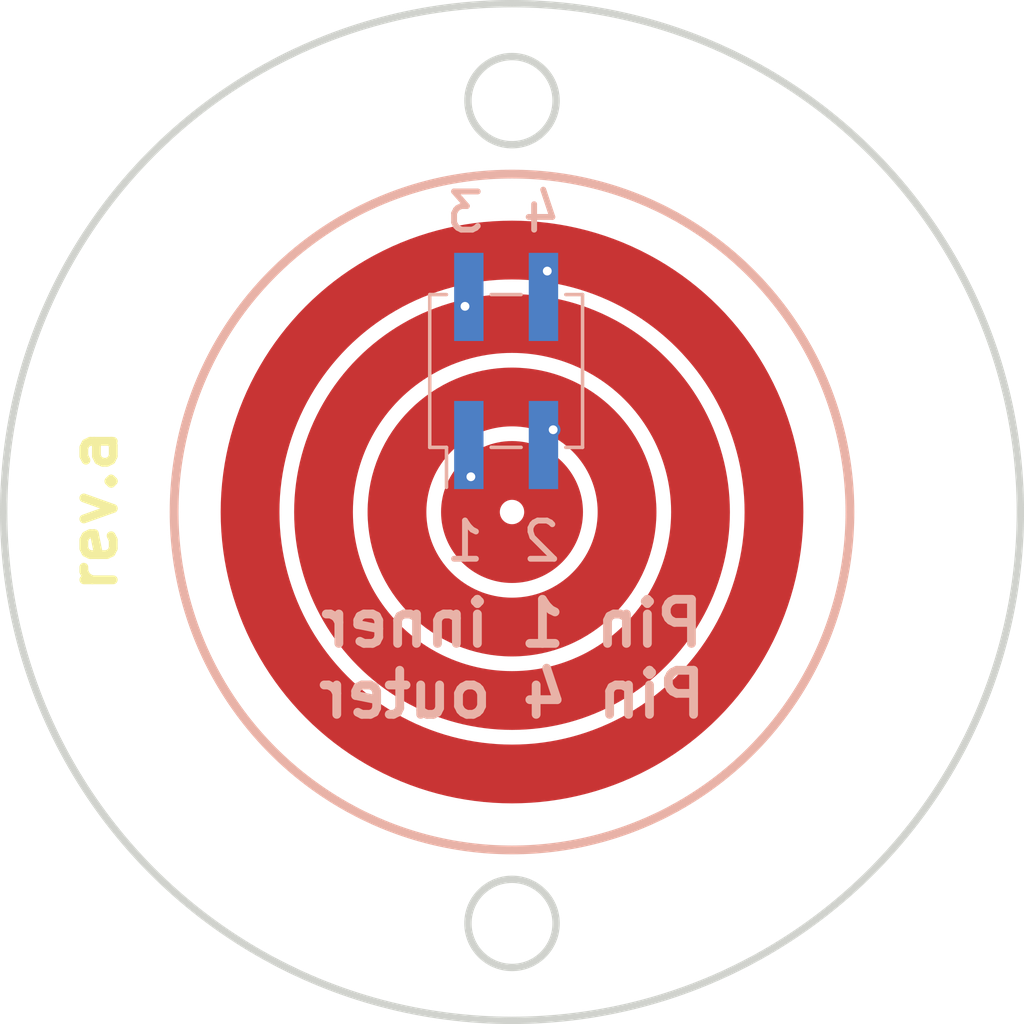
<source format=kicad_pcb>
(kicad_pcb (version 20211014) (generator pcbnew)
  (layers (0 "F.Cu" signal) (31 "B.Cu" signal) (34 "B.Paste" user) (35 "F.Paste" user) (36 "B.SilkS" user "B.Silkscreen") (37 "F.SilkS" user "F.Silkscreen") (38 "B.Mask" user) (39 "F.Mask" user) (44 "Edge.Cuts" user))
  (net 0 "")
  (net 1 "unconnected-(J1-Pad1)")
  (net 2 "unconnected-(J1-Pad2)")
  (net 3 "unconnected-(J1-Pad3)")
  (net 4 "unconnected-(J1-Pad4)")
  (footprint "Connector_PinSocket_2.54mm:PinSocket_2x02_P2.54mm_Vertical_SMD" (layer "B.Cu") (at 99.8 95.2 -90)
    (fp_text reference "J1" hide)
    (fp_text value "Conn_01x04" hide)
    (fp_line (start 2.6 2.6) (end 2.6 2.03) (layer "B.SilkS") (width 0.12))
    (fp_line (start -2.6 -2.6) (end 2.6 -2.6) (layer "B.SilkS") (width 0.12))
    (fp_line (start 2.6 -2.03) (end 2.6 -2.6) (layer "B.SilkS") (width 0.12))
    (fp_line (start 2.6 2.03) (end 3.96 2.03) (layer "B.SilkS") (width 0.12))
    (fp_line (start -2.6 -2.03) (end -2.6 -2.6) (layer "B.SilkS") (width 0.12))
    (fp_line (start -2.6 0.51) (end -2.6 -0.51) (layer "B.SilkS") (width 0.12))
    (fp_line (start 2.6 0.51) (end 2.6 -0.51) (layer "B.SilkS") (width 0.12))
    (fp_line (start -2.6 2.6) (end 2.6 2.6) (layer "B.SilkS") (width 0.12))
    (fp_line (start -2.6 2.6) (end -2.6 2.03) (layer "B.SilkS") (width 0.12))
    (pad "1" smd rect (at 2.52 1.27 270) (size 3 1) (layers "B.Cu" "B.Paste" "B.Mask") (net 1 "unconnected-(J1-Pad1)"))
    (pad "2" smd rect (at -2.52 1.27 270) (size 3 1) (layers "B.Cu" "B.Paste" "B.Mask") (net 2 "unconnected-(J1-Pad2)"))
    (pad "3" smd rect (at 2.52 -1.27 270) (size 3 1) (layers "B.Cu" "B.Paste" "B.Mask") (net 3 "unconnected-(J1-Pad3)"))
    (pad "4" smd rect (at -2.52 -1.27 270) (size 3 1) (layers "B.Cu" "B.Paste" "B.Mask") (net 4 "unconnected-(J1-Pad4)"))
  )
  (gr_circle locked (center 100 100) (end 101.415 100) (layer "F.Cu") (width 2) (fill none))
  (gr_circle locked (center 100 100) (end 106.415 100) (layer "F.Cu") (width 2) (fill none))
  (gr_circle locked (center 100 100) (end 103.915 100) (layer "F.Cu") (width 2) (fill none))
  (gr_circle locked (center 100 100) (end 108.915 100) (layer "F.Cu") (width 2) (fill none))
  (gr_circle (center 100 100) (end 111.5 100) (layer "B.SilkS") (width 0.3) (fill none))
  (gr_circle locked (center 100 86) (end 101.5 86) (layer "Edge.Cuts") (width 0.25) (fill none))
  (gr_circle locked (center 100 100) (end 117.3 100) (layer "Edge.Cuts") (width 0.25) (fill none))
  (gr_circle locked (center 100 114) (end 101.5 114) (layer "Edge.Cuts") (width 0.25) (fill none))
  (gr_text "4" (at 101 89.8) (layer "B.SilkS") (effects (font (size 1.3 1.3) (thickness 0.2)) (justify mirror)))
  (gr_text "2" (at 101 101) (layer "B.SilkS") (effects (font (size 1.3 1.3) (thickness 0.2)) (justify mirror)))
  (gr_text "Pin 1 inner\nPin 4 outer" (at 100 105) (layer "B.SilkS") (effects (font (size 1.5 1.5) (thickness 0.3)) (justify mirror)))
  (gr_text "3" (at 98.4 89.8) (layer "B.SilkS") (effects (font (size 1.3 1.3) (thickness 0.2)) (justify mirror)))
  (gr_text "1" (at 98.4 101) (layer "B.SilkS") (effects (font (size 1.3 1.3) (thickness 0.2)) (justify mirror)))
  (gr_text "rev.a" (at 85.75 99.95 90) (layer "F.SilkS") (effects (font (size 1.5 1.5) (thickness 0.3))))
  (via (at 98.6 98.8) (size 0.5) (drill 0.3) (layers "F.Cu" "B.Cu") (net 1))
  (via (at 98.4 93) (size 0.5) (drill 0.3) (layers "F.Cu" "B.Cu") (net 2))
  (via (at 101.4 97.2) (size 0.5) (drill 0.3) (layers "F.Cu" "B.Cu") (net 3))
  (via (at 101.2 91.8) (size 0.5) (drill 0.3) (layers "F.Cu" "B.Cu") (net 4))
)
</source>
